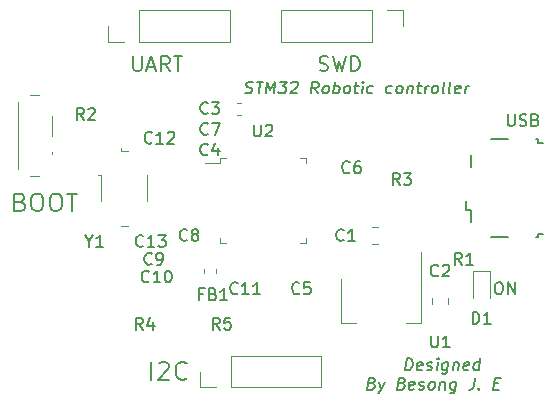
<source format=gbr>
%TF.GenerationSoftware,KiCad,Pcbnew,(5.1.6)-1*%
%TF.CreationDate,2022-03-08T04:09:40+09:00*%
%TF.ProjectId,STM32-project,53544d33-322d-4707-926f-6a6563742e6b,rev?*%
%TF.SameCoordinates,Original*%
%TF.FileFunction,Legend,Top*%
%TF.FilePolarity,Positive*%
%FSLAX46Y46*%
G04 Gerber Fmt 4.6, Leading zero omitted, Abs format (unit mm)*
G04 Created by KiCad (PCBNEW (5.1.6)-1) date 2022-03-08 04:09:40*
%MOMM*%
%LPD*%
G01*
G04 APERTURE LIST*
%ADD10C,0.150000*%
%ADD11C,0.200000*%
%ADD12C,0.120000*%
G04 APERTURE END LIST*
D10*
X75001205Y-71404761D02*
X75138110Y-71452380D01*
X75376205Y-71452380D01*
X75477395Y-71404761D01*
X75530967Y-71357142D01*
X75590491Y-71261904D01*
X75602395Y-71166666D01*
X75566681Y-71071428D01*
X75525014Y-71023809D01*
X75435729Y-70976190D01*
X75251205Y-70928571D01*
X75161919Y-70880952D01*
X75120252Y-70833333D01*
X75084538Y-70738095D01*
X75096443Y-70642857D01*
X75155967Y-70547619D01*
X75209538Y-70500000D01*
X75310729Y-70452380D01*
X75548824Y-70452380D01*
X75685729Y-70500000D01*
X75977395Y-70452380D02*
X76548824Y-70452380D01*
X76138110Y-71452380D02*
X76263110Y-70452380D01*
X76757157Y-71452380D02*
X76882157Y-70452380D01*
X77126205Y-71166666D01*
X77548824Y-70452380D01*
X77423824Y-71452380D01*
X77929776Y-70452380D02*
X78548824Y-70452380D01*
X78167872Y-70833333D01*
X78310729Y-70833333D01*
X78400014Y-70880952D01*
X78441681Y-70928571D01*
X78477395Y-71023809D01*
X78447633Y-71261904D01*
X78388110Y-71357142D01*
X78334538Y-71404761D01*
X78233348Y-71452380D01*
X77947633Y-71452380D01*
X77858348Y-71404761D01*
X77816681Y-71357142D01*
X78917872Y-70547619D02*
X78971443Y-70500000D01*
X79072633Y-70452380D01*
X79310729Y-70452380D01*
X79400014Y-70500000D01*
X79441681Y-70547619D01*
X79477395Y-70642857D01*
X79465491Y-70738095D01*
X79400014Y-70880952D01*
X78757157Y-71452380D01*
X79376205Y-71452380D01*
X81138110Y-71452380D02*
X80864300Y-70976190D01*
X80566681Y-71452380D02*
X80691681Y-70452380D01*
X81072633Y-70452380D01*
X81161919Y-70500000D01*
X81203586Y-70547619D01*
X81239300Y-70642857D01*
X81221443Y-70785714D01*
X81161919Y-70880952D01*
X81108348Y-70928571D01*
X81007157Y-70976190D01*
X80626205Y-70976190D01*
X81709538Y-71452380D02*
X81620252Y-71404761D01*
X81578586Y-71357142D01*
X81542872Y-71261904D01*
X81578586Y-70976190D01*
X81638110Y-70880952D01*
X81691681Y-70833333D01*
X81792872Y-70785714D01*
X81935729Y-70785714D01*
X82025014Y-70833333D01*
X82066681Y-70880952D01*
X82102395Y-70976190D01*
X82066681Y-71261904D01*
X82007157Y-71357142D01*
X81953586Y-71404761D01*
X81852395Y-71452380D01*
X81709538Y-71452380D01*
X82471443Y-71452380D02*
X82596443Y-70452380D01*
X82548824Y-70833333D02*
X82650014Y-70785714D01*
X82840491Y-70785714D01*
X82929776Y-70833333D01*
X82971443Y-70880952D01*
X83007157Y-70976190D01*
X82971443Y-71261904D01*
X82911919Y-71357142D01*
X82858348Y-71404761D01*
X82757157Y-71452380D01*
X82566681Y-71452380D01*
X82477395Y-71404761D01*
X83519062Y-71452380D02*
X83429776Y-71404761D01*
X83388110Y-71357142D01*
X83352395Y-71261904D01*
X83388110Y-70976190D01*
X83447633Y-70880952D01*
X83501205Y-70833333D01*
X83602395Y-70785714D01*
X83745252Y-70785714D01*
X83834538Y-70833333D01*
X83876205Y-70880952D01*
X83911919Y-70976190D01*
X83876205Y-71261904D01*
X83816681Y-71357142D01*
X83763110Y-71404761D01*
X83661919Y-71452380D01*
X83519062Y-71452380D01*
X84221443Y-70785714D02*
X84602395Y-70785714D01*
X84405967Y-70452380D02*
X84298824Y-71309523D01*
X84334538Y-71404761D01*
X84423824Y-71452380D01*
X84519062Y-71452380D01*
X84852395Y-71452380D02*
X84935729Y-70785714D01*
X84977395Y-70452380D02*
X84923824Y-70500000D01*
X84965491Y-70547619D01*
X85019062Y-70500000D01*
X84977395Y-70452380D01*
X84965491Y-70547619D01*
X85763110Y-71404761D02*
X85661919Y-71452380D01*
X85471443Y-71452380D01*
X85382157Y-71404761D01*
X85340491Y-71357142D01*
X85304776Y-71261904D01*
X85340491Y-70976190D01*
X85400014Y-70880952D01*
X85453586Y-70833333D01*
X85554776Y-70785714D01*
X85745252Y-70785714D01*
X85834538Y-70833333D01*
X87382157Y-71404761D02*
X87280967Y-71452380D01*
X87090491Y-71452380D01*
X87001205Y-71404761D01*
X86959538Y-71357142D01*
X86923824Y-71261904D01*
X86959538Y-70976190D01*
X87019062Y-70880952D01*
X87072633Y-70833333D01*
X87173824Y-70785714D01*
X87364300Y-70785714D01*
X87453586Y-70833333D01*
X87947633Y-71452380D02*
X87858348Y-71404761D01*
X87816681Y-71357142D01*
X87780967Y-71261904D01*
X87816681Y-70976190D01*
X87876205Y-70880952D01*
X87929776Y-70833333D01*
X88030967Y-70785714D01*
X88173824Y-70785714D01*
X88263110Y-70833333D01*
X88304776Y-70880952D01*
X88340491Y-70976190D01*
X88304776Y-71261904D01*
X88245252Y-71357142D01*
X88191681Y-71404761D01*
X88090491Y-71452380D01*
X87947633Y-71452380D01*
X88792872Y-70785714D02*
X88709538Y-71452380D01*
X88780967Y-70880952D02*
X88834538Y-70833333D01*
X88935729Y-70785714D01*
X89078586Y-70785714D01*
X89167872Y-70833333D01*
X89203586Y-70928571D01*
X89138110Y-71452380D01*
X89554776Y-70785714D02*
X89935729Y-70785714D01*
X89739300Y-70452380D02*
X89632157Y-71309523D01*
X89667872Y-71404761D01*
X89757157Y-71452380D01*
X89852395Y-71452380D01*
X90185729Y-71452380D02*
X90269062Y-70785714D01*
X90245252Y-70976190D02*
X90304776Y-70880952D01*
X90358348Y-70833333D01*
X90459538Y-70785714D01*
X90554776Y-70785714D01*
X90947633Y-71452380D02*
X90858348Y-71404761D01*
X90816681Y-71357142D01*
X90780967Y-71261904D01*
X90816681Y-70976190D01*
X90876205Y-70880952D01*
X90929776Y-70833333D01*
X91030967Y-70785714D01*
X91173824Y-70785714D01*
X91263110Y-70833333D01*
X91304776Y-70880952D01*
X91340491Y-70976190D01*
X91304776Y-71261904D01*
X91245252Y-71357142D01*
X91191681Y-71404761D01*
X91090491Y-71452380D01*
X90947633Y-71452380D01*
X91852395Y-71452380D02*
X91763110Y-71404761D01*
X91727395Y-71309523D01*
X91834538Y-70452380D01*
X92376205Y-71452380D02*
X92286919Y-71404761D01*
X92251205Y-71309523D01*
X92358348Y-70452380D01*
X93144062Y-71404761D02*
X93042872Y-71452380D01*
X92852395Y-71452380D01*
X92763110Y-71404761D01*
X92727395Y-71309523D01*
X92775014Y-70928571D01*
X92834538Y-70833333D01*
X92935729Y-70785714D01*
X93126205Y-70785714D01*
X93215491Y-70833333D01*
X93251205Y-70928571D01*
X93239300Y-71023809D01*
X92751205Y-71119047D01*
X93614300Y-71452380D02*
X93697633Y-70785714D01*
X93673824Y-70976190D02*
X93733348Y-70880952D01*
X93786919Y-70833333D01*
X93888110Y-70785714D01*
X93983348Y-70785714D01*
X88542872Y-94877380D02*
X88667872Y-93877380D01*
X88905967Y-93877380D01*
X89042872Y-93925000D01*
X89126205Y-94020238D01*
X89161919Y-94115476D01*
X89185729Y-94305952D01*
X89167872Y-94448809D01*
X89096443Y-94639285D01*
X89036919Y-94734523D01*
X88929776Y-94829761D01*
X88780967Y-94877380D01*
X88542872Y-94877380D01*
X89929776Y-94829761D02*
X89828586Y-94877380D01*
X89638110Y-94877380D01*
X89548824Y-94829761D01*
X89513110Y-94734523D01*
X89560729Y-94353571D01*
X89620252Y-94258333D01*
X89721443Y-94210714D01*
X89911919Y-94210714D01*
X90001205Y-94258333D01*
X90036919Y-94353571D01*
X90025014Y-94448809D01*
X89536919Y-94544047D01*
X90358348Y-94829761D02*
X90447633Y-94877380D01*
X90638110Y-94877380D01*
X90739300Y-94829761D01*
X90798824Y-94734523D01*
X90804776Y-94686904D01*
X90769062Y-94591666D01*
X90679776Y-94544047D01*
X90536919Y-94544047D01*
X90447633Y-94496428D01*
X90411919Y-94401190D01*
X90417872Y-94353571D01*
X90477395Y-94258333D01*
X90578586Y-94210714D01*
X90721443Y-94210714D01*
X90810729Y-94258333D01*
X91209538Y-94877380D02*
X91292872Y-94210714D01*
X91334538Y-93877380D02*
X91280967Y-93925000D01*
X91322633Y-93972619D01*
X91376205Y-93925000D01*
X91334538Y-93877380D01*
X91322633Y-93972619D01*
X92197633Y-94210714D02*
X92096443Y-95020238D01*
X92036919Y-95115476D01*
X91983348Y-95163095D01*
X91882157Y-95210714D01*
X91739300Y-95210714D01*
X91650014Y-95163095D01*
X92120252Y-94829761D02*
X92019062Y-94877380D01*
X91828586Y-94877380D01*
X91739300Y-94829761D01*
X91697633Y-94782142D01*
X91661919Y-94686904D01*
X91697633Y-94401190D01*
X91757157Y-94305952D01*
X91810729Y-94258333D01*
X91911919Y-94210714D01*
X92102395Y-94210714D01*
X92191681Y-94258333D01*
X92673824Y-94210714D02*
X92590491Y-94877380D01*
X92661919Y-94305952D02*
X92715491Y-94258333D01*
X92816681Y-94210714D01*
X92959538Y-94210714D01*
X93048824Y-94258333D01*
X93084538Y-94353571D01*
X93019062Y-94877380D01*
X93882157Y-94829761D02*
X93780967Y-94877380D01*
X93590491Y-94877380D01*
X93501205Y-94829761D01*
X93465491Y-94734523D01*
X93513110Y-94353571D01*
X93572633Y-94258333D01*
X93673824Y-94210714D01*
X93864300Y-94210714D01*
X93953586Y-94258333D01*
X93989300Y-94353571D01*
X93977395Y-94448809D01*
X93489300Y-94544047D01*
X94780967Y-94877380D02*
X94905967Y-93877380D01*
X94786919Y-94829761D02*
X94685729Y-94877380D01*
X94495252Y-94877380D01*
X94405967Y-94829761D01*
X94364300Y-94782142D01*
X94328586Y-94686904D01*
X94364300Y-94401190D01*
X94423824Y-94305952D01*
X94477395Y-94258333D01*
X94578586Y-94210714D01*
X94769062Y-94210714D01*
X94858348Y-94258333D01*
X85751205Y-96003571D02*
X85888110Y-96051190D01*
X85929776Y-96098809D01*
X85965491Y-96194047D01*
X85947633Y-96336904D01*
X85888110Y-96432142D01*
X85834538Y-96479761D01*
X85733348Y-96527380D01*
X85352395Y-96527380D01*
X85477395Y-95527380D01*
X85810729Y-95527380D01*
X85900014Y-95575000D01*
X85941681Y-95622619D01*
X85977395Y-95717857D01*
X85965491Y-95813095D01*
X85905967Y-95908333D01*
X85852395Y-95955952D01*
X85751205Y-96003571D01*
X85417872Y-96003571D01*
X86340491Y-95860714D02*
X86495252Y-96527380D01*
X86816681Y-95860714D02*
X86495252Y-96527380D01*
X86370252Y-96765476D01*
X86316681Y-96813095D01*
X86215491Y-96860714D01*
X88275014Y-96003571D02*
X88411919Y-96051190D01*
X88453586Y-96098809D01*
X88489300Y-96194047D01*
X88471443Y-96336904D01*
X88411919Y-96432142D01*
X88358348Y-96479761D01*
X88257157Y-96527380D01*
X87876205Y-96527380D01*
X88001205Y-95527380D01*
X88334538Y-95527380D01*
X88423824Y-95575000D01*
X88465491Y-95622619D01*
X88501205Y-95717857D01*
X88489300Y-95813095D01*
X88429776Y-95908333D01*
X88376205Y-95955952D01*
X88275014Y-96003571D01*
X87941681Y-96003571D01*
X89263110Y-96479761D02*
X89161919Y-96527380D01*
X88971443Y-96527380D01*
X88882157Y-96479761D01*
X88846443Y-96384523D01*
X88894062Y-96003571D01*
X88953586Y-95908333D01*
X89054776Y-95860714D01*
X89245252Y-95860714D01*
X89334538Y-95908333D01*
X89370252Y-96003571D01*
X89358348Y-96098809D01*
X88870252Y-96194047D01*
X89691681Y-96479761D02*
X89780967Y-96527380D01*
X89971443Y-96527380D01*
X90072633Y-96479761D01*
X90132157Y-96384523D01*
X90138110Y-96336904D01*
X90102395Y-96241666D01*
X90013110Y-96194047D01*
X89870252Y-96194047D01*
X89780967Y-96146428D01*
X89745252Y-96051190D01*
X89751205Y-96003571D01*
X89810729Y-95908333D01*
X89911919Y-95860714D01*
X90054776Y-95860714D01*
X90144062Y-95908333D01*
X90685729Y-96527380D02*
X90596443Y-96479761D01*
X90554776Y-96432142D01*
X90519062Y-96336904D01*
X90554776Y-96051190D01*
X90614300Y-95955952D01*
X90667872Y-95908333D01*
X90769062Y-95860714D01*
X90911919Y-95860714D01*
X91001205Y-95908333D01*
X91042872Y-95955952D01*
X91078586Y-96051190D01*
X91042872Y-96336904D01*
X90983348Y-96432142D01*
X90929776Y-96479761D01*
X90828586Y-96527380D01*
X90685729Y-96527380D01*
X91530967Y-95860714D02*
X91447633Y-96527380D01*
X91519062Y-95955952D02*
X91572633Y-95908333D01*
X91673824Y-95860714D01*
X91816681Y-95860714D01*
X91905967Y-95908333D01*
X91941681Y-96003571D01*
X91876205Y-96527380D01*
X92864300Y-95860714D02*
X92763110Y-96670238D01*
X92703586Y-96765476D01*
X92650014Y-96813095D01*
X92548824Y-96860714D01*
X92405967Y-96860714D01*
X92316681Y-96813095D01*
X92786919Y-96479761D02*
X92685729Y-96527380D01*
X92495252Y-96527380D01*
X92405967Y-96479761D01*
X92364300Y-96432142D01*
X92328586Y-96336904D01*
X92364300Y-96051190D01*
X92423824Y-95955952D01*
X92477395Y-95908333D01*
X92578586Y-95860714D01*
X92769062Y-95860714D01*
X92858348Y-95908333D01*
X94429776Y-95527380D02*
X94340491Y-96241666D01*
X94275014Y-96384523D01*
X94167872Y-96479761D01*
X94019062Y-96527380D01*
X93923824Y-96527380D01*
X94792872Y-96432142D02*
X94834538Y-96479761D01*
X94780967Y-96527380D01*
X94739300Y-96479761D01*
X94792872Y-96432142D01*
X94780967Y-96527380D01*
X96084538Y-96003571D02*
X96417872Y-96003571D01*
X96495252Y-96527380D02*
X96019062Y-96527380D01*
X96144062Y-95527380D01*
X96620252Y-95527380D01*
X96380952Y-87452380D02*
X96571428Y-87452380D01*
X96666666Y-87500000D01*
X96761904Y-87595238D01*
X96809523Y-87785714D01*
X96809523Y-88119047D01*
X96761904Y-88309523D01*
X96666666Y-88404761D01*
X96571428Y-88452380D01*
X96380952Y-88452380D01*
X96285714Y-88404761D01*
X96190476Y-88309523D01*
X96142857Y-88119047D01*
X96142857Y-87785714D01*
X96190476Y-87595238D01*
X96285714Y-87500000D01*
X96380952Y-87452380D01*
X97238095Y-88452380D02*
X97238095Y-87452380D01*
X97809523Y-88452380D01*
X97809523Y-87452380D01*
X97238095Y-73202380D02*
X97238095Y-74011904D01*
X97285714Y-74107142D01*
X97333333Y-74154761D01*
X97428571Y-74202380D01*
X97619047Y-74202380D01*
X97714285Y-74154761D01*
X97761904Y-74107142D01*
X97809523Y-74011904D01*
X97809523Y-73202380D01*
X98238095Y-74154761D02*
X98380952Y-74202380D01*
X98619047Y-74202380D01*
X98714285Y-74154761D01*
X98761904Y-74107142D01*
X98809523Y-74011904D01*
X98809523Y-73916666D01*
X98761904Y-73821428D01*
X98714285Y-73773809D01*
X98619047Y-73726190D01*
X98428571Y-73678571D01*
X98333333Y-73630952D01*
X98285714Y-73583333D01*
X98238095Y-73488095D01*
X98238095Y-73392857D01*
X98285714Y-73297619D01*
X98333333Y-73250000D01*
X98428571Y-73202380D01*
X98666666Y-73202380D01*
X98809523Y-73250000D01*
X99571428Y-73678571D02*
X99714285Y-73726190D01*
X99761904Y-73773809D01*
X99809523Y-73869047D01*
X99809523Y-74011904D01*
X99761904Y-74107142D01*
X99714285Y-74154761D01*
X99619047Y-74202380D01*
X99238095Y-74202380D01*
X99238095Y-73202380D01*
X99571428Y-73202380D01*
X99666666Y-73250000D01*
X99714285Y-73297619D01*
X99761904Y-73392857D01*
X99761904Y-73488095D01*
X99714285Y-73583333D01*
X99666666Y-73630952D01*
X99571428Y-73678571D01*
X99238095Y-73678571D01*
D11*
X67035714Y-95678571D02*
X67035714Y-94178571D01*
X67678571Y-94321428D02*
X67750000Y-94250000D01*
X67892857Y-94178571D01*
X68250000Y-94178571D01*
X68392857Y-94250000D01*
X68464285Y-94321428D01*
X68535714Y-94464285D01*
X68535714Y-94607142D01*
X68464285Y-94821428D01*
X67607142Y-95678571D01*
X68535714Y-95678571D01*
X70035714Y-95535714D02*
X69964285Y-95607142D01*
X69750000Y-95678571D01*
X69607142Y-95678571D01*
X69392857Y-95607142D01*
X69250000Y-95464285D01*
X69178571Y-95321428D01*
X69107142Y-95035714D01*
X69107142Y-94821428D01*
X69178571Y-94535714D01*
X69250000Y-94392857D01*
X69392857Y-94250000D01*
X69607142Y-94178571D01*
X69750000Y-94178571D01*
X69964285Y-94250000D01*
X70035714Y-94321428D01*
X55964285Y-80642857D02*
X56178571Y-80714285D01*
X56250000Y-80785714D01*
X56321428Y-80928571D01*
X56321428Y-81142857D01*
X56250000Y-81285714D01*
X56178571Y-81357142D01*
X56035714Y-81428571D01*
X55464285Y-81428571D01*
X55464285Y-79928571D01*
X55964285Y-79928571D01*
X56107142Y-80000000D01*
X56178571Y-80071428D01*
X56250000Y-80214285D01*
X56250000Y-80357142D01*
X56178571Y-80500000D01*
X56107142Y-80571428D01*
X55964285Y-80642857D01*
X55464285Y-80642857D01*
X57250000Y-79928571D02*
X57535714Y-79928571D01*
X57678571Y-80000000D01*
X57821428Y-80142857D01*
X57892857Y-80428571D01*
X57892857Y-80928571D01*
X57821428Y-81214285D01*
X57678571Y-81357142D01*
X57535714Y-81428571D01*
X57250000Y-81428571D01*
X57107142Y-81357142D01*
X56964285Y-81214285D01*
X56892857Y-80928571D01*
X56892857Y-80428571D01*
X56964285Y-80142857D01*
X57107142Y-80000000D01*
X57250000Y-79928571D01*
X58821428Y-79928571D02*
X59107142Y-79928571D01*
X59250000Y-80000000D01*
X59392857Y-80142857D01*
X59464285Y-80428571D01*
X59464285Y-80928571D01*
X59392857Y-81214285D01*
X59250000Y-81357142D01*
X59107142Y-81428571D01*
X58821428Y-81428571D01*
X58678571Y-81357142D01*
X58535714Y-81214285D01*
X58464285Y-80928571D01*
X58464285Y-80428571D01*
X58535714Y-80142857D01*
X58678571Y-80000000D01*
X58821428Y-79928571D01*
X59892857Y-79928571D02*
X60750000Y-79928571D01*
X60321428Y-81428571D02*
X60321428Y-79928571D01*
X65505952Y-68315476D02*
X65505952Y-69327380D01*
X65565476Y-69446428D01*
X65625000Y-69505952D01*
X65744047Y-69565476D01*
X65982142Y-69565476D01*
X66101190Y-69505952D01*
X66160714Y-69446428D01*
X66220238Y-69327380D01*
X66220238Y-68315476D01*
X66755952Y-69208333D02*
X67351190Y-69208333D01*
X66636904Y-69565476D02*
X67053571Y-68315476D01*
X67470238Y-69565476D01*
X68601190Y-69565476D02*
X68184523Y-68970238D01*
X67886904Y-69565476D02*
X67886904Y-68315476D01*
X68363095Y-68315476D01*
X68482142Y-68375000D01*
X68541666Y-68434523D01*
X68601190Y-68553571D01*
X68601190Y-68732142D01*
X68541666Y-68851190D01*
X68482142Y-68910714D01*
X68363095Y-68970238D01*
X67886904Y-68970238D01*
X68958333Y-68315476D02*
X69672619Y-68315476D01*
X69315476Y-69565476D02*
X69315476Y-68315476D01*
X81303571Y-69505952D02*
X81482142Y-69565476D01*
X81779761Y-69565476D01*
X81898809Y-69505952D01*
X81958333Y-69446428D01*
X82017857Y-69327380D01*
X82017857Y-69208333D01*
X81958333Y-69089285D01*
X81898809Y-69029761D01*
X81779761Y-68970238D01*
X81541666Y-68910714D01*
X81422619Y-68851190D01*
X81363095Y-68791666D01*
X81303571Y-68672619D01*
X81303571Y-68553571D01*
X81363095Y-68434523D01*
X81422619Y-68375000D01*
X81541666Y-68315476D01*
X81839285Y-68315476D01*
X82017857Y-68375000D01*
X82434523Y-68315476D02*
X82732142Y-69565476D01*
X82970238Y-68672619D01*
X83208333Y-69565476D01*
X83505952Y-68315476D01*
X83982142Y-69565476D02*
X83982142Y-68315476D01*
X84279761Y-68315476D01*
X84458333Y-68375000D01*
X84577380Y-68494047D01*
X84636904Y-68613095D01*
X84696428Y-68851190D01*
X84696428Y-69029761D01*
X84636904Y-69267857D01*
X84577380Y-69386904D01*
X84458333Y-69505952D01*
X84279761Y-69565476D01*
X83982142Y-69565476D01*
D10*
%TO.C,J1*%
X95850000Y-83650000D02*
X97250000Y-83650000D01*
X99650000Y-83650000D02*
X99800000Y-83650000D01*
X99800000Y-83650000D02*
X99800000Y-83350000D01*
X99800000Y-83350000D02*
X100250000Y-83350000D01*
X100250000Y-75650000D02*
X99800000Y-75650000D01*
X99800000Y-75650000D02*
X99800000Y-75350000D01*
X99800000Y-75350000D02*
X99650000Y-75350000D01*
X97250000Y-75350000D02*
X95850000Y-75350000D01*
X93675000Y-80575000D02*
X93675000Y-81300000D01*
X93675000Y-81300000D02*
X94100000Y-81300000D01*
X94100000Y-81300000D02*
X94100000Y-82300000D01*
X94100000Y-77700000D02*
X94100000Y-76700000D01*
D12*
%TO.C,SW1*%
X58620000Y-76400000D02*
X58620000Y-76600000D01*
X55770000Y-72150000D02*
X55770000Y-77850000D01*
X58620000Y-73400000D02*
X58620000Y-75100000D01*
X57570000Y-71550000D02*
X56780000Y-71550000D01*
X56780000Y-78450000D02*
X57570000Y-78450000D01*
%TO.C,Y1*%
X64450000Y-76060000D02*
X64450000Y-76300000D01*
X64450000Y-76300000D02*
X65050000Y-76300000D01*
X65050000Y-82700000D02*
X64450000Y-82700000D01*
X66700000Y-78400000D02*
X66700000Y-80600000D01*
X62800000Y-80600000D02*
X62800000Y-78400000D01*
X62800000Y-78400000D02*
X62560000Y-78400000D01*
%TO.C,U2*%
X79660000Y-84110000D02*
X80110000Y-84110000D01*
X80110000Y-84110000D02*
X80110000Y-83660000D01*
X73340000Y-84110000D02*
X72890000Y-84110000D01*
X72890000Y-84110000D02*
X72890000Y-83660000D01*
X79660000Y-76890000D02*
X80110000Y-76890000D01*
X80110000Y-76890000D02*
X80110000Y-77340000D01*
X73340000Y-76890000D02*
X72890000Y-76890000D01*
X72890000Y-76890000D02*
X72890000Y-77340000D01*
X72890000Y-77340000D02*
X71600000Y-77340000D01*
%TO.C,U1*%
X83090000Y-90910000D02*
X84350000Y-90910000D01*
X89910000Y-90910000D02*
X88650000Y-90910000D01*
X83090000Y-87150000D02*
X83090000Y-90910000D01*
X89910000Y-84900000D02*
X89910000Y-90910000D01*
%TO.C,J4*%
X81450000Y-96330000D02*
X81450000Y-93670000D01*
X73770000Y-96330000D02*
X81450000Y-96330000D01*
X73770000Y-93670000D02*
X81450000Y-93670000D01*
X73770000Y-96330000D02*
X73770000Y-93670000D01*
X72500000Y-96330000D02*
X71170000Y-96330000D01*
X71170000Y-96330000D02*
X71170000Y-95000000D01*
%TO.C,J3*%
X78050000Y-64420000D02*
X78050000Y-67080000D01*
X85730000Y-64420000D02*
X78050000Y-64420000D01*
X85730000Y-67080000D02*
X78050000Y-67080000D01*
X85730000Y-64420000D02*
X85730000Y-67080000D01*
X87000000Y-64420000D02*
X88330000Y-64420000D01*
X88330000Y-64420000D02*
X88330000Y-65750000D01*
%TO.C,J2*%
X73700000Y-67080000D02*
X73700000Y-64420000D01*
X66020000Y-67080000D02*
X73700000Y-67080000D01*
X66020000Y-64420000D02*
X73700000Y-64420000D01*
X66020000Y-67080000D02*
X66020000Y-64420000D01*
X64750000Y-67080000D02*
X63420000Y-67080000D01*
X63420000Y-67080000D02*
X63420000Y-65750000D01*
%TO.C,FB1*%
X71490000Y-86662779D02*
X71490000Y-86337221D01*
X72510000Y-86662779D02*
X72510000Y-86337221D01*
%TO.C,D1*%
X95735000Y-88800000D02*
X95735000Y-86515000D01*
X95735000Y-86515000D02*
X94265000Y-86515000D01*
X94265000Y-86515000D02*
X94265000Y-88800000D01*
%TO.C,C3*%
X74337221Y-72240000D02*
X74662779Y-72240000D01*
X74337221Y-73260000D02*
X74662779Y-73260000D01*
%TO.C,C2*%
X90790000Y-89258578D02*
X90790000Y-88741422D01*
X92210000Y-89258578D02*
X92210000Y-88741422D01*
%TO.C,C1*%
X85741422Y-82790000D02*
X86258578Y-82790000D01*
X85741422Y-84210000D02*
X86258578Y-84210000D01*
%TO.C,Y1*%
D10*
X61773809Y-83976190D02*
X61773809Y-84452380D01*
X61440476Y-83452380D02*
X61773809Y-83976190D01*
X62107142Y-83452380D01*
X62964285Y-84452380D02*
X62392857Y-84452380D01*
X62678571Y-84452380D02*
X62678571Y-83452380D01*
X62583333Y-83595238D01*
X62488095Y-83690476D01*
X62392857Y-83738095D01*
%TO.C,U2*%
X75738095Y-74102380D02*
X75738095Y-74911904D01*
X75785714Y-75007142D01*
X75833333Y-75054761D01*
X75928571Y-75102380D01*
X76119047Y-75102380D01*
X76214285Y-75054761D01*
X76261904Y-75007142D01*
X76309523Y-74911904D01*
X76309523Y-74102380D01*
X76738095Y-74197619D02*
X76785714Y-74150000D01*
X76880952Y-74102380D01*
X77119047Y-74102380D01*
X77214285Y-74150000D01*
X77261904Y-74197619D01*
X77309523Y-74292857D01*
X77309523Y-74388095D01*
X77261904Y-74530952D01*
X76690476Y-75102380D01*
X77309523Y-75102380D01*
%TO.C,U1*%
X90738095Y-91952380D02*
X90738095Y-92761904D01*
X90785714Y-92857142D01*
X90833333Y-92904761D01*
X90928571Y-92952380D01*
X91119047Y-92952380D01*
X91214285Y-92904761D01*
X91261904Y-92857142D01*
X91309523Y-92761904D01*
X91309523Y-91952380D01*
X92309523Y-92952380D02*
X91738095Y-92952380D01*
X92023809Y-92952380D02*
X92023809Y-91952380D01*
X91928571Y-92095238D01*
X91833333Y-92190476D01*
X91738095Y-92238095D01*
%TO.C,R5*%
X72833333Y-91452380D02*
X72500000Y-90976190D01*
X72261904Y-91452380D02*
X72261904Y-90452380D01*
X72642857Y-90452380D01*
X72738095Y-90500000D01*
X72785714Y-90547619D01*
X72833333Y-90642857D01*
X72833333Y-90785714D01*
X72785714Y-90880952D01*
X72738095Y-90928571D01*
X72642857Y-90976190D01*
X72261904Y-90976190D01*
X73738095Y-90452380D02*
X73261904Y-90452380D01*
X73214285Y-90928571D01*
X73261904Y-90880952D01*
X73357142Y-90833333D01*
X73595238Y-90833333D01*
X73690476Y-90880952D01*
X73738095Y-90928571D01*
X73785714Y-91023809D01*
X73785714Y-91261904D01*
X73738095Y-91357142D01*
X73690476Y-91404761D01*
X73595238Y-91452380D01*
X73357142Y-91452380D01*
X73261904Y-91404761D01*
X73214285Y-91357142D01*
%TO.C,R4*%
X66333333Y-91452380D02*
X66000000Y-90976190D01*
X65761904Y-91452380D02*
X65761904Y-90452380D01*
X66142857Y-90452380D01*
X66238095Y-90500000D01*
X66285714Y-90547619D01*
X66333333Y-90642857D01*
X66333333Y-90785714D01*
X66285714Y-90880952D01*
X66238095Y-90928571D01*
X66142857Y-90976190D01*
X65761904Y-90976190D01*
X67190476Y-90785714D02*
X67190476Y-91452380D01*
X66952380Y-90404761D02*
X66714285Y-91119047D01*
X67333333Y-91119047D01*
%TO.C,R3*%
X88083333Y-79202380D02*
X87750000Y-78726190D01*
X87511904Y-79202380D02*
X87511904Y-78202380D01*
X87892857Y-78202380D01*
X87988095Y-78250000D01*
X88035714Y-78297619D01*
X88083333Y-78392857D01*
X88083333Y-78535714D01*
X88035714Y-78630952D01*
X87988095Y-78678571D01*
X87892857Y-78726190D01*
X87511904Y-78726190D01*
X88416666Y-78202380D02*
X89035714Y-78202380D01*
X88702380Y-78583333D01*
X88845238Y-78583333D01*
X88940476Y-78630952D01*
X88988095Y-78678571D01*
X89035714Y-78773809D01*
X89035714Y-79011904D01*
X88988095Y-79107142D01*
X88940476Y-79154761D01*
X88845238Y-79202380D01*
X88559523Y-79202380D01*
X88464285Y-79154761D01*
X88416666Y-79107142D01*
%TO.C,R2*%
X61333333Y-73702380D02*
X61000000Y-73226190D01*
X60761904Y-73702380D02*
X60761904Y-72702380D01*
X61142857Y-72702380D01*
X61238095Y-72750000D01*
X61285714Y-72797619D01*
X61333333Y-72892857D01*
X61333333Y-73035714D01*
X61285714Y-73130952D01*
X61238095Y-73178571D01*
X61142857Y-73226190D01*
X60761904Y-73226190D01*
X61714285Y-72797619D02*
X61761904Y-72750000D01*
X61857142Y-72702380D01*
X62095238Y-72702380D01*
X62190476Y-72750000D01*
X62238095Y-72797619D01*
X62285714Y-72892857D01*
X62285714Y-72988095D01*
X62238095Y-73130952D01*
X61666666Y-73702380D01*
X62285714Y-73702380D01*
%TO.C,R1*%
X93333333Y-85952380D02*
X93000000Y-85476190D01*
X92761904Y-85952380D02*
X92761904Y-84952380D01*
X93142857Y-84952380D01*
X93238095Y-85000000D01*
X93285714Y-85047619D01*
X93333333Y-85142857D01*
X93333333Y-85285714D01*
X93285714Y-85380952D01*
X93238095Y-85428571D01*
X93142857Y-85476190D01*
X92761904Y-85476190D01*
X94285714Y-85952380D02*
X93714285Y-85952380D01*
X94000000Y-85952380D02*
X94000000Y-84952380D01*
X93904761Y-85095238D01*
X93809523Y-85190476D01*
X93714285Y-85238095D01*
%TO.C,FB1*%
X71416666Y-88428571D02*
X71083333Y-88428571D01*
X71083333Y-88952380D02*
X71083333Y-87952380D01*
X71559523Y-87952380D01*
X72273809Y-88428571D02*
X72416666Y-88476190D01*
X72464285Y-88523809D01*
X72511904Y-88619047D01*
X72511904Y-88761904D01*
X72464285Y-88857142D01*
X72416666Y-88904761D01*
X72321428Y-88952380D01*
X71940476Y-88952380D01*
X71940476Y-87952380D01*
X72273809Y-87952380D01*
X72369047Y-88000000D01*
X72416666Y-88047619D01*
X72464285Y-88142857D01*
X72464285Y-88238095D01*
X72416666Y-88333333D01*
X72369047Y-88380952D01*
X72273809Y-88428571D01*
X71940476Y-88428571D01*
X73464285Y-88952380D02*
X72892857Y-88952380D01*
X73178571Y-88952380D02*
X73178571Y-87952380D01*
X73083333Y-88095238D01*
X72988095Y-88190476D01*
X72892857Y-88238095D01*
%TO.C,D1*%
X94261904Y-90952380D02*
X94261904Y-89952380D01*
X94500000Y-89952380D01*
X94642857Y-90000000D01*
X94738095Y-90095238D01*
X94785714Y-90190476D01*
X94833333Y-90380952D01*
X94833333Y-90523809D01*
X94785714Y-90714285D01*
X94738095Y-90809523D01*
X94642857Y-90904761D01*
X94500000Y-90952380D01*
X94261904Y-90952380D01*
X95785714Y-90952380D02*
X95214285Y-90952380D01*
X95500000Y-90952380D02*
X95500000Y-89952380D01*
X95404761Y-90095238D01*
X95309523Y-90190476D01*
X95214285Y-90238095D01*
%TO.C,C13*%
X66357142Y-84357142D02*
X66309523Y-84404761D01*
X66166666Y-84452380D01*
X66071428Y-84452380D01*
X65928571Y-84404761D01*
X65833333Y-84309523D01*
X65785714Y-84214285D01*
X65738095Y-84023809D01*
X65738095Y-83880952D01*
X65785714Y-83690476D01*
X65833333Y-83595238D01*
X65928571Y-83500000D01*
X66071428Y-83452380D01*
X66166666Y-83452380D01*
X66309523Y-83500000D01*
X66357142Y-83547619D01*
X67309523Y-84452380D02*
X66738095Y-84452380D01*
X67023809Y-84452380D02*
X67023809Y-83452380D01*
X66928571Y-83595238D01*
X66833333Y-83690476D01*
X66738095Y-83738095D01*
X67642857Y-83452380D02*
X68261904Y-83452380D01*
X67928571Y-83833333D01*
X68071428Y-83833333D01*
X68166666Y-83880952D01*
X68214285Y-83928571D01*
X68261904Y-84023809D01*
X68261904Y-84261904D01*
X68214285Y-84357142D01*
X68166666Y-84404761D01*
X68071428Y-84452380D01*
X67785714Y-84452380D01*
X67690476Y-84404761D01*
X67642857Y-84357142D01*
%TO.C,C12*%
X67107142Y-75607142D02*
X67059523Y-75654761D01*
X66916666Y-75702380D01*
X66821428Y-75702380D01*
X66678571Y-75654761D01*
X66583333Y-75559523D01*
X66535714Y-75464285D01*
X66488095Y-75273809D01*
X66488095Y-75130952D01*
X66535714Y-74940476D01*
X66583333Y-74845238D01*
X66678571Y-74750000D01*
X66821428Y-74702380D01*
X66916666Y-74702380D01*
X67059523Y-74750000D01*
X67107142Y-74797619D01*
X68059523Y-75702380D02*
X67488095Y-75702380D01*
X67773809Y-75702380D02*
X67773809Y-74702380D01*
X67678571Y-74845238D01*
X67583333Y-74940476D01*
X67488095Y-74988095D01*
X68440476Y-74797619D02*
X68488095Y-74750000D01*
X68583333Y-74702380D01*
X68821428Y-74702380D01*
X68916666Y-74750000D01*
X68964285Y-74797619D01*
X69011904Y-74892857D01*
X69011904Y-74988095D01*
X68964285Y-75130952D01*
X68392857Y-75702380D01*
X69011904Y-75702380D01*
%TO.C,C11*%
X74357142Y-88357142D02*
X74309523Y-88404761D01*
X74166666Y-88452380D01*
X74071428Y-88452380D01*
X73928571Y-88404761D01*
X73833333Y-88309523D01*
X73785714Y-88214285D01*
X73738095Y-88023809D01*
X73738095Y-87880952D01*
X73785714Y-87690476D01*
X73833333Y-87595238D01*
X73928571Y-87500000D01*
X74071428Y-87452380D01*
X74166666Y-87452380D01*
X74309523Y-87500000D01*
X74357142Y-87547619D01*
X75309523Y-88452380D02*
X74738095Y-88452380D01*
X75023809Y-88452380D02*
X75023809Y-87452380D01*
X74928571Y-87595238D01*
X74833333Y-87690476D01*
X74738095Y-87738095D01*
X76261904Y-88452380D02*
X75690476Y-88452380D01*
X75976190Y-88452380D02*
X75976190Y-87452380D01*
X75880952Y-87595238D01*
X75785714Y-87690476D01*
X75690476Y-87738095D01*
%TO.C,C10*%
X66857142Y-87357142D02*
X66809523Y-87404761D01*
X66666666Y-87452380D01*
X66571428Y-87452380D01*
X66428571Y-87404761D01*
X66333333Y-87309523D01*
X66285714Y-87214285D01*
X66238095Y-87023809D01*
X66238095Y-86880952D01*
X66285714Y-86690476D01*
X66333333Y-86595238D01*
X66428571Y-86500000D01*
X66571428Y-86452380D01*
X66666666Y-86452380D01*
X66809523Y-86500000D01*
X66857142Y-86547619D01*
X67809523Y-87452380D02*
X67238095Y-87452380D01*
X67523809Y-87452380D02*
X67523809Y-86452380D01*
X67428571Y-86595238D01*
X67333333Y-86690476D01*
X67238095Y-86738095D01*
X68428571Y-86452380D02*
X68523809Y-86452380D01*
X68619047Y-86500000D01*
X68666666Y-86547619D01*
X68714285Y-86642857D01*
X68761904Y-86833333D01*
X68761904Y-87071428D01*
X68714285Y-87261904D01*
X68666666Y-87357142D01*
X68619047Y-87404761D01*
X68523809Y-87452380D01*
X68428571Y-87452380D01*
X68333333Y-87404761D01*
X68285714Y-87357142D01*
X68238095Y-87261904D01*
X68190476Y-87071428D01*
X68190476Y-86833333D01*
X68238095Y-86642857D01*
X68285714Y-86547619D01*
X68333333Y-86500000D01*
X68428571Y-86452380D01*
%TO.C,C9*%
X67083333Y-85857142D02*
X67035714Y-85904761D01*
X66892857Y-85952380D01*
X66797619Y-85952380D01*
X66654761Y-85904761D01*
X66559523Y-85809523D01*
X66511904Y-85714285D01*
X66464285Y-85523809D01*
X66464285Y-85380952D01*
X66511904Y-85190476D01*
X66559523Y-85095238D01*
X66654761Y-85000000D01*
X66797619Y-84952380D01*
X66892857Y-84952380D01*
X67035714Y-85000000D01*
X67083333Y-85047619D01*
X67559523Y-85952380D02*
X67750000Y-85952380D01*
X67845238Y-85904761D01*
X67892857Y-85857142D01*
X67988095Y-85714285D01*
X68035714Y-85523809D01*
X68035714Y-85142857D01*
X67988095Y-85047619D01*
X67940476Y-85000000D01*
X67845238Y-84952380D01*
X67654761Y-84952380D01*
X67559523Y-85000000D01*
X67511904Y-85047619D01*
X67464285Y-85142857D01*
X67464285Y-85380952D01*
X67511904Y-85476190D01*
X67559523Y-85523809D01*
X67654761Y-85571428D01*
X67845238Y-85571428D01*
X67940476Y-85523809D01*
X67988095Y-85476190D01*
X68035714Y-85380952D01*
%TO.C,C8*%
X70083333Y-83857142D02*
X70035714Y-83904761D01*
X69892857Y-83952380D01*
X69797619Y-83952380D01*
X69654761Y-83904761D01*
X69559523Y-83809523D01*
X69511904Y-83714285D01*
X69464285Y-83523809D01*
X69464285Y-83380952D01*
X69511904Y-83190476D01*
X69559523Y-83095238D01*
X69654761Y-83000000D01*
X69797619Y-82952380D01*
X69892857Y-82952380D01*
X70035714Y-83000000D01*
X70083333Y-83047619D01*
X70654761Y-83380952D02*
X70559523Y-83333333D01*
X70511904Y-83285714D01*
X70464285Y-83190476D01*
X70464285Y-83142857D01*
X70511904Y-83047619D01*
X70559523Y-83000000D01*
X70654761Y-82952380D01*
X70845238Y-82952380D01*
X70940476Y-83000000D01*
X70988095Y-83047619D01*
X71035714Y-83142857D01*
X71035714Y-83190476D01*
X70988095Y-83285714D01*
X70940476Y-83333333D01*
X70845238Y-83380952D01*
X70654761Y-83380952D01*
X70559523Y-83428571D01*
X70511904Y-83476190D01*
X70464285Y-83571428D01*
X70464285Y-83761904D01*
X70511904Y-83857142D01*
X70559523Y-83904761D01*
X70654761Y-83952380D01*
X70845238Y-83952380D01*
X70940476Y-83904761D01*
X70988095Y-83857142D01*
X71035714Y-83761904D01*
X71035714Y-83571428D01*
X70988095Y-83476190D01*
X70940476Y-83428571D01*
X70845238Y-83380952D01*
%TO.C,C7*%
X71833333Y-74857142D02*
X71785714Y-74904761D01*
X71642857Y-74952380D01*
X71547619Y-74952380D01*
X71404761Y-74904761D01*
X71309523Y-74809523D01*
X71261904Y-74714285D01*
X71214285Y-74523809D01*
X71214285Y-74380952D01*
X71261904Y-74190476D01*
X71309523Y-74095238D01*
X71404761Y-74000000D01*
X71547619Y-73952380D01*
X71642857Y-73952380D01*
X71785714Y-74000000D01*
X71833333Y-74047619D01*
X72166666Y-73952380D02*
X72833333Y-73952380D01*
X72404761Y-74952380D01*
%TO.C,C6*%
X83833333Y-78107142D02*
X83785714Y-78154761D01*
X83642857Y-78202380D01*
X83547619Y-78202380D01*
X83404761Y-78154761D01*
X83309523Y-78059523D01*
X83261904Y-77964285D01*
X83214285Y-77773809D01*
X83214285Y-77630952D01*
X83261904Y-77440476D01*
X83309523Y-77345238D01*
X83404761Y-77250000D01*
X83547619Y-77202380D01*
X83642857Y-77202380D01*
X83785714Y-77250000D01*
X83833333Y-77297619D01*
X84690476Y-77202380D02*
X84500000Y-77202380D01*
X84404761Y-77250000D01*
X84357142Y-77297619D01*
X84261904Y-77440476D01*
X84214285Y-77630952D01*
X84214285Y-78011904D01*
X84261904Y-78107142D01*
X84309523Y-78154761D01*
X84404761Y-78202380D01*
X84595238Y-78202380D01*
X84690476Y-78154761D01*
X84738095Y-78107142D01*
X84785714Y-78011904D01*
X84785714Y-77773809D01*
X84738095Y-77678571D01*
X84690476Y-77630952D01*
X84595238Y-77583333D01*
X84404761Y-77583333D01*
X84309523Y-77630952D01*
X84261904Y-77678571D01*
X84214285Y-77773809D01*
%TO.C,C5*%
X79583333Y-88357142D02*
X79535714Y-88404761D01*
X79392857Y-88452380D01*
X79297619Y-88452380D01*
X79154761Y-88404761D01*
X79059523Y-88309523D01*
X79011904Y-88214285D01*
X78964285Y-88023809D01*
X78964285Y-87880952D01*
X79011904Y-87690476D01*
X79059523Y-87595238D01*
X79154761Y-87500000D01*
X79297619Y-87452380D01*
X79392857Y-87452380D01*
X79535714Y-87500000D01*
X79583333Y-87547619D01*
X80488095Y-87452380D02*
X80011904Y-87452380D01*
X79964285Y-87928571D01*
X80011904Y-87880952D01*
X80107142Y-87833333D01*
X80345238Y-87833333D01*
X80440476Y-87880952D01*
X80488095Y-87928571D01*
X80535714Y-88023809D01*
X80535714Y-88261904D01*
X80488095Y-88357142D01*
X80440476Y-88404761D01*
X80345238Y-88452380D01*
X80107142Y-88452380D01*
X80011904Y-88404761D01*
X79964285Y-88357142D01*
%TO.C,C4*%
X71833333Y-76607142D02*
X71785714Y-76654761D01*
X71642857Y-76702380D01*
X71547619Y-76702380D01*
X71404761Y-76654761D01*
X71309523Y-76559523D01*
X71261904Y-76464285D01*
X71214285Y-76273809D01*
X71214285Y-76130952D01*
X71261904Y-75940476D01*
X71309523Y-75845238D01*
X71404761Y-75750000D01*
X71547619Y-75702380D01*
X71642857Y-75702380D01*
X71785714Y-75750000D01*
X71833333Y-75797619D01*
X72690476Y-76035714D02*
X72690476Y-76702380D01*
X72452380Y-75654761D02*
X72214285Y-76369047D01*
X72833333Y-76369047D01*
%TO.C,C3*%
X71833333Y-73107142D02*
X71785714Y-73154761D01*
X71642857Y-73202380D01*
X71547619Y-73202380D01*
X71404761Y-73154761D01*
X71309523Y-73059523D01*
X71261904Y-72964285D01*
X71214285Y-72773809D01*
X71214285Y-72630952D01*
X71261904Y-72440476D01*
X71309523Y-72345238D01*
X71404761Y-72250000D01*
X71547619Y-72202380D01*
X71642857Y-72202380D01*
X71785714Y-72250000D01*
X71833333Y-72297619D01*
X72166666Y-72202380D02*
X72785714Y-72202380D01*
X72452380Y-72583333D01*
X72595238Y-72583333D01*
X72690476Y-72630952D01*
X72738095Y-72678571D01*
X72785714Y-72773809D01*
X72785714Y-73011904D01*
X72738095Y-73107142D01*
X72690476Y-73154761D01*
X72595238Y-73202380D01*
X72309523Y-73202380D01*
X72214285Y-73154761D01*
X72166666Y-73107142D01*
%TO.C,C2*%
X91333333Y-86857142D02*
X91285714Y-86904761D01*
X91142857Y-86952380D01*
X91047619Y-86952380D01*
X90904761Y-86904761D01*
X90809523Y-86809523D01*
X90761904Y-86714285D01*
X90714285Y-86523809D01*
X90714285Y-86380952D01*
X90761904Y-86190476D01*
X90809523Y-86095238D01*
X90904761Y-86000000D01*
X91047619Y-85952380D01*
X91142857Y-85952380D01*
X91285714Y-86000000D01*
X91333333Y-86047619D01*
X91714285Y-86047619D02*
X91761904Y-86000000D01*
X91857142Y-85952380D01*
X92095238Y-85952380D01*
X92190476Y-86000000D01*
X92238095Y-86047619D01*
X92285714Y-86142857D01*
X92285714Y-86238095D01*
X92238095Y-86380952D01*
X91666666Y-86952380D01*
X92285714Y-86952380D01*
%TO.C,C1*%
X83333333Y-83857142D02*
X83285714Y-83904761D01*
X83142857Y-83952380D01*
X83047619Y-83952380D01*
X82904761Y-83904761D01*
X82809523Y-83809523D01*
X82761904Y-83714285D01*
X82714285Y-83523809D01*
X82714285Y-83380952D01*
X82761904Y-83190476D01*
X82809523Y-83095238D01*
X82904761Y-83000000D01*
X83047619Y-82952380D01*
X83142857Y-82952380D01*
X83285714Y-83000000D01*
X83333333Y-83047619D01*
X84285714Y-83952380D02*
X83714285Y-83952380D01*
X84000000Y-83952380D02*
X84000000Y-82952380D01*
X83904761Y-83095238D01*
X83809523Y-83190476D01*
X83714285Y-83238095D01*
%TD*%
M02*

</source>
